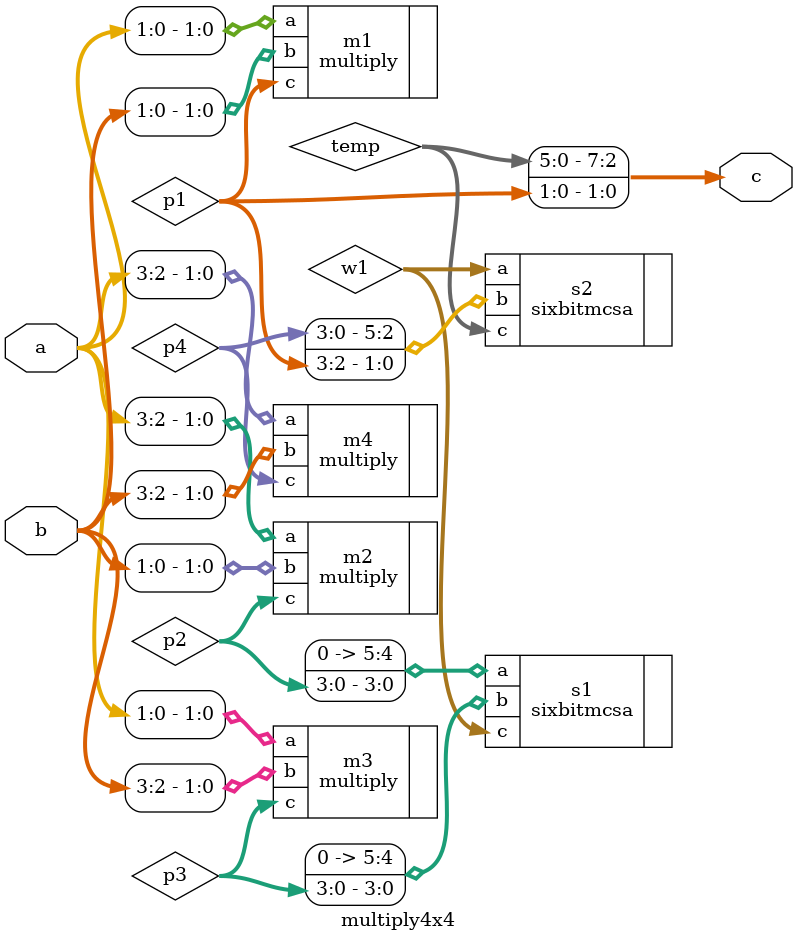
<source format=v>
`timescale 1ns / 1ps


module multiply4x4(input [3:0]a,
input[3:0] b,output [7:0] c );

wire [3:0] p1;
wire [3:0] p2;
wire [3:0] p3;
wire [3:0] p4;
//wire [3:0] p5;
wire [5:0] w1;
wire [5:0] temp;
//wire [5:0] temp1;
//multiply m1(.a(a[1:0]),.b(b[1:0]),.c(p1));
//assign c[1:0]=p1[1:0];

//multiply m2(.a(a[3:2]),.b(b[1:0]),.c(p2));
//multiply m3(.a(a[1:0]),.b(b[3:2]),.c(p3));

//assign w1={4'b0000,p1[3:2]};
//adder6 a1(.a({2'b00,p2}),.b({2'b00,p3}),.sum(temp));

//adder6 a2(.a(6temp),.b(w1),.sum(temp1));
//assign c[3:2]=temp1[1:0];

//multiply m4(.a(a[3:2]),.b(b[3:2]),.c(p4));
//adder4 a3(.a(p4),.b(temp1[5:2]),.sum(p5));
//assign c[7:4]=p5;

multiply m1(.a(a[1:0]),.b(b[1:0]),.c(p1));
assign c[1:0]=p1[1:0];

multiply m2(.a(a[3:2]),.b(b[1:0]),.c(p2));
multiply m3(.a(a[1:0]),.b(b[3:2]),.c(p3));

multiply m4(.a(a[3:2]),.b(b[3:2]),.c(p4));
sixbitmcsa s1(.a({2'b00,p2}),.b({2'b00,p3}),.c(w1));
sixbitmcsa s2(.a(w1),.b({p4,p1[3:2]}),.c(temp));
assign c[7:2]=temp;


endmodule

</source>
